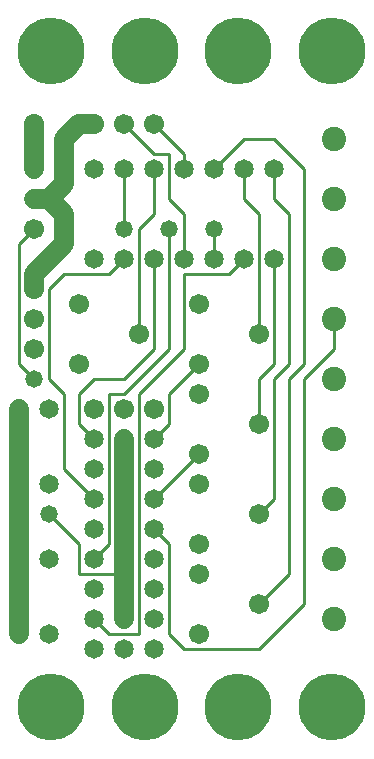
<source format=gtl>
%MOIN*%
%FSLAX25Y25*%
G04 D10 used for Character Trace; *
G04     Circle (OD=.01000) (No hole)*
G04 D11 used for Power Trace; *
G04     Circle (OD=.06700) (No hole)*
G04 D12 used for Signal Trace; *
G04     Circle (OD=.01100) (No hole)*
G04 D13 used for Via; *
G04     Circle (OD=.05800) (Round. Hole ID=.02800)*
G04 D14 used for Component hole; *
G04     Circle (OD=.06500) (Round. Hole ID=.03500)*
G04 D15 used for Component hole; *
G04     Circle (OD=.06700) (Round. Hole ID=.04300)*
G04 D16 used for Component hole; *
G04     Circle (OD=.08100) (Round. Hole ID=.05100)*
G04 D17 used for Component hole; *
G04     Circle (OD=.08900) (Round. Hole ID=.05900)*
G04 D18 used for Component hole; *
G04     Circle (OD=.11300) (Round. Hole ID=.08300)*
G04 D19 used for Component hole; *
G04     Circle (OD=.16000) (Round. Hole ID=.13000)*
G04 D20 used for Component hole; *
G04     Circle (OD=.18300) (Round. Hole ID=.15300)*
G04 D21 used for Component hole; *
G04     Circle (OD=.22291) (Round. Hole ID=.19291)*
%ADD10C,.01000*%
%ADD11C,.06700*%
%ADD12C,.01100*%
%ADD13C,.05800*%
%ADD14C,.06500*%
%ADD15C,.06700*%
%ADD16C,.08100*%
%ADD17C,.08900*%
%ADD18C,.11300*%
%ADD19C,.16000*%
%ADD20C,.18300*%
%ADD21C,.22291*%
%IPPOS*%
%LPD*%
G90*X0Y0D02*D21*X15625Y15625D03*D14*              
X30000Y35000D03*D12*X35000Y40000D02*X45000D01*    
Y120000D01*X60000Y135000D01*Y160000D01*X75000D01* 
X80000Y165000D01*D14*D03*D13*X70000Y175000D03*D12*
Y165000D01*D14*D03*X60000D03*D12*Y180000D01*      
X55000Y185000D01*Y200000D01*X50000D01*            
X40000Y210000D01*D15*D03*X50000D03*D12*           
X60000Y200000D01*Y195000D01*D14*D03*X70000D03*D12*
X80000Y205000D01*X90000D01*X100000Y195000D01*     
Y130000D01*X95000Y125000D01*Y60000D01*            
X85000Y50000D01*D15*D03*D12*Y35000D02*            
X100000Y50000D01*X60000Y35000D02*X85000D01*       
X60000D02*X55000Y40000D01*Y70000D01*              
X50000Y75000D01*D14*D03*X40000Y85000D03*D11*      
Y75000D01*D14*D03*D11*Y65000D01*D14*D03*D11*      
Y60000D01*Y55000D01*D14*D03*D11*Y45000D01*D14*D03*
D12*X35000Y40000D02*X30000Y45000D01*D14*D03*      
X40000Y35000D03*X30000Y55000D03*D12*              
X25000Y60000D02*X40000D01*X25000D02*Y70000D01*    
X15000Y80000D01*D13*D03*D14*X5000Y90000D03*D11*   
Y65000D01*D14*D03*D11*Y40000D01*D14*D03*X15000D03*
X30000Y65000D03*D12*X35000Y70000D01*Y120000D01*   
X40000D01*X55000Y135000D01*Y175000D01*D13*D03*D12*
X45000D02*X50000Y180000D01*X45000Y140000D02*      
Y175000D01*D15*Y140000D03*D12*X40000Y125000D02*   
X50000Y135000D01*X30000Y125000D02*X40000D01*      
X25000Y120000D02*X30000Y125000D01*                
X25000Y110000D02*Y120000D01*X30000Y105000D02*     
X25000Y110000D01*D14*X30000Y105000D03*            
X40000Y95000D03*D11*Y85000D01*D14*X50000Y95000D03*
X30000D03*Y75000D03*X50000Y85000D03*D12*          
X65000Y100000D01*D15*D03*D12*X50000Y105000D02*    
X55000Y110000D01*D14*X50000Y105000D03*D12*        
X55000Y110000D02*Y120000D01*X65000Y130000D01*D15* 
D03*Y120000D03*X50000Y115000D03*D12*Y135000D02*   
Y165000D01*D14*D03*D13*X40000Y175000D03*D12*      
Y195000D01*D14*D03*X50000D03*D12*Y180000D01*D14*  
X40000Y165000D03*D12*X35000Y160000D01*X20000D01*  
X15000Y155000D01*Y125000D01*X20000Y120000D01*     
Y95000D01*X30000Y85000D01*D14*D03*D11*            
X40000Y95000D02*Y105000D01*D14*D03*D15*           
X30000Y115000D03*X40000D03*X65000Y90000D03*D14*   
X15000Y115000D03*D15*X25000Y130000D03*D14*        
X15000Y90000D03*D15*X10000Y135000D03*D13*         
Y125000D03*D12*X5000Y130000D01*Y170000D01*        
X10000Y175000D01*D15*D03*D11*Y160000D02*          
X20000Y170000D01*X10000Y155000D02*Y160000D01*D15* 
Y155000D03*Y145000D03*D11*X20000Y170000D02*       
Y180000D01*X15000Y185000D01*X10000D01*D14*D03*D11*
X15000D02*X20000Y190000D01*Y205000D01*            
X25000Y210000D01*X30000D01*D15*D03*D14*Y195000D03*
D15*X10000Y210000D03*D11*Y195000D01*D14*D03*      
X30000Y165000D03*D21*X46875Y234375D03*X15625D03*  
D15*X25000Y150000D03*X65000D03*D12*               
X85000Y180000D02*X80000Y185000D01*                
X85000Y140000D02*Y180000D01*D15*Y140000D03*D12*   
X90000Y125000D02*X95000Y130000D01*X90000Y85000D02*
Y125000D01*X85000Y80000D02*X90000Y85000D01*D15*   
X85000Y80000D03*X65000Y60000D03*Y70000D03*D16*    
X110000Y105000D03*Y65000D03*Y85000D03*D15*        
X85000Y110000D03*D12*Y125000D01*X90000Y130000D01* 
Y165000D01*D14*D03*D12*X95000Y130000D02*          
Y180000D01*X100000Y50000D02*Y125000D01*D16*       
X110000Y45000D03*D21*X78125Y15625D03*D15*         
X65000Y40000D03*D21*X109375Y15625D03*D14*         
X50000Y65000D03*Y55000D03*Y45000D03*Y35000D03*D21*
X46875Y15625D03*D16*X110000Y125000D03*D12*        
X100000D02*X110000Y135000D01*Y145000D01*D16*D03*  
Y165000D03*D12*X95000Y180000D02*X90000Y185000D01* 
Y195000D01*D14*D03*D12*X80000Y185000D02*          
Y195000D01*D14*D03*D16*X110000Y185000D03*         
Y205000D03*D21*X109375Y234375D03*X78125D03*D14*   
X5000Y115000D03*D11*Y90000D01*D14*X15000Y65000D03*
M02*                                              

</source>
